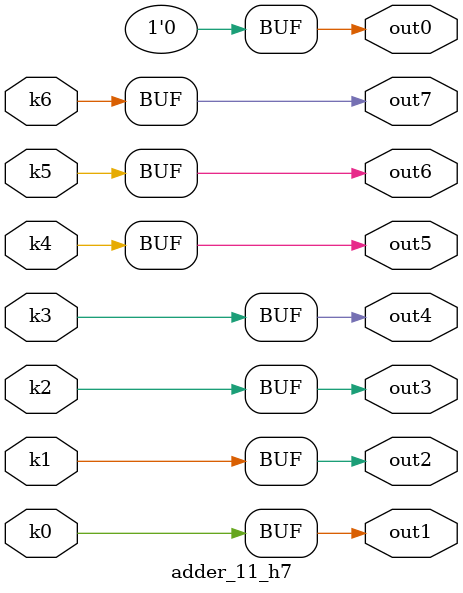
<source format=v>
module adder_11(pi00, pi01, pi02, pi03, pi04, pi05, pi06, pi07, pi08, pi09, pi10, pi11, pi12, pi13, pi14, pi15, po0, po1, po2, po3, po4, po5, po6, po7);
input pi00, pi01, pi02, pi03, pi04, pi05, pi06, pi07, pi08, pi09, pi10, pi11, pi12, pi13, pi14, pi15;
output po0, po1, po2, po3, po4, po5, po6, po7;
wire k0, k1, k2, k3, k4, k5, k6;
adder_11_w7 DUT1 (pi00, pi01, pi02, pi03, pi04, pi05, pi06, pi07, pi08, pi09, pi10, pi11, pi12, pi13, pi14, pi15, k0, k1, k2, k3, k4, k5, k6);
adder_11_h7 DUT2 (k0, k1, k2, k3, k4, k5, k6, po0, po1, po2, po3, po4, po5, po6, po7);
endmodule

module adder_11_w7(in15, in14, in13, in12, in11, in10, in9, in8, in7, in6, in5, in4, in3, in2, in1, in0, k6, k5, k4, k3, k2, k1, k0);
input in15, in14, in13, in12, in11, in10, in9, in8, in7, in6, in5, in4, in3, in2, in1, in0;
output k6, k5, k4, k3, k2, k1, k0;
assign k0 =   ((~in9 ^ in2) & (((~in10 | ~in3) & (((~in11 | ~in4) & (((~in12 | ~in5) & (((~in13 | ~in6) & (((~in14 | ~in7) & ((~in15 & (in1 | ~in8)) | (~in0 & ~in8))) | (~in14 & ~in7))) | (~in13 & ~in6))) | (~in12 & ~in5))) | (~in11 & ~in4))) | (~in10 & ~in3))) | ((in9 ^ in2) & ((in10 & in3) | ((in10 | in3) & ((in11 & in4) | ((in11 | in4) & ((in12 & in5) | ((in12 | in5) & ((in13 & in6) | ((in13 | in6) & ((in14 & in7) | ((in14 | in7) & ((~in1 & in8) | (in15 & (in0 | in8))))))))))))));
assign k1 =   ((~in10 ^ in3) & (((~in11 | ~in4) & (((~in12 | ~in5) & (((~in13 | ~in6) & (((~in14 | ~in7) & ((~in15 & (in1 | ~in8)) | (~in0 & ~in8))) | (~in14 & ~in7))) | (~in13 & ~in6))) | (~in12 & ~in5))) | (~in11 & ~in4))) | ((in10 ^ in3) & ((in11 & in4) | ((in11 | in4) & ((in12 & in5) | ((in12 | in5) & ((in13 & in6) | ((in13 | in6) & ((in14 & in7) | ((in14 | in7) & ((~in1 & in8) | (in15 & (in0 | in8))))))))))));
assign k2 =   ((~in11 ^ in4) & (((~in12 | ~in5) & (((~in13 | ~in6) & (((~in14 | ~in7) & ((~in15 & (in1 | ~in8)) | (~in0 & ~in8))) | (~in14 & ~in7))) | (~in13 & ~in6))) | (~in12 & ~in5))) | ((in11 ^ in4) & ((in12 & in5) | ((in12 | in5) & ((in13 & in6) | ((in13 | in6) & ((in14 & in7) | ((in14 | in7) & ((~in1 & in8) | (in15 & (in0 | in8))))))))));
assign k3 =   ((~in12 ^ in5) & (((~in13 | ~in6) & (((~in14 | ~in7) & ((~in15 & (in1 | ~in8)) | (~in0 & ~in8))) | (~in14 & ~in7))) | (~in13 & ~in6))) | ((in12 ^ in5) & ((in13 & in6) | ((in13 | in6) & ((in14 & in7) | ((in14 | in7) & ((~in1 & in8) | (in15 & (in0 | in8))))))));
assign k4 =   ((~in13 ^ in6) & (((~in14 | ~in7) & ((~in15 & (in1 | ~in8)) | (~in0 & ~in8))) | (~in14 & ~in7))) | ((in13 ^ in6) & ((in14 & in7) | ((in14 | in7) & ((~in1 & in8) | (in15 & (in0 | in8))))));
assign k5 =   ((~in14 ^ in7) & ((~in15 & (in1 | ~in8)) | (~in0 & ~in8))) | ((in14 ^ in7) & ((~in1 & in8) | (in15 & (in0 | in8))));
assign k6 =   in15 ? (in8 ? in1 : in0) : (in8 ? ~in1 : ~in0);
endmodule

module adder_11_h7(k6, k5, k4, k3, k2, k1, k0, out7, out6, out5, out4, out3, out2, out1, out0);
input k6, k5, k4, k3, k2, k1, k0;
output out7, out6, out5, out4, out3, out2, out1, out0;
assign out0 = 0;
assign out1 = k0;
assign out2 = k1;
assign out3 = k2;
assign out4 = k3;
assign out5 = k4;
assign out6 = k5;
assign out7 = k6;
endmodule

</source>
